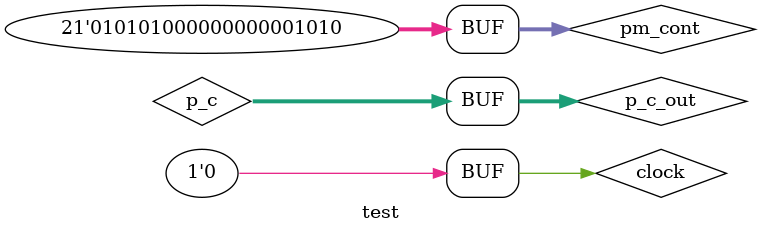
<source format=v>
`timescale 1ns / 1ps


module test;

	// Inputs
	reg clock;
	reg [20:0] pm_cont;
	reg [3:0] p_c;

	// Outputs
	wire [7:0] dataout;
	wire [3:0] p_c_out ;

	// Bidirs
	// Instantiate the Unit Under Test (UUT)
	eucl uut (
		.clock(clock), 
		.pm_cont(pm_cont), 
		.dataout(dataout), 
		.p_c(p_c),.p_c_out(p_c_out)
	);
	initial begin
		// Initialize Inputs
		clock = 0;
		pm_cont=21'b010101000110000000010;
		p_c = 0;
		// Wait 100 ns for global reset to finish
		#100;
		clock=1;
		p_c = 0;
		pm_cont=21'b010101000110000000010;
		// Add stimulus here
		#100;
		clock=0;
		pm_cont=21'b010101000110000000010;
		p_c = p_c_out;
		#100;
		clock=1;
		p_c = p_c_out;
		pm_cont=21'b010101000110000001010;
		// Add stimulus here
		#100;
		clock=0;
		pm_cont=21'b010101000110000001010;
		p_c = p_c_out;
        #100;
		clock=1;
		p_c = p_c_out;
		pm_cont=21'b010101000110000001010;
		// Add stimulus here
		#100;
		clock=0;
        p_c = p_c_out;
		pm_cont=21'b010101000110000001010;
		#100;
		clock=1;
		p_c = p_c_out;
		pm_cont=21'b010101000110000000111;
		// Add stimulus here
		#100;
		clock=0;
		p_c = p_c_out;
		pm_cont=21'b010101000110000000111;
		// Add stimulus here
		#100;
		clock=1;
        p_c = p_c_out;
		pm_cont=21'b010101000110000000111; //1
		// Add stimulus here
		#100;
		clock=0;
		p_c = p_c_out;
		pm_cont=21'b010101000110000000111;  
		#100;
		clock=1;
		p_c = p_c_out;
		pm_cont=21'b010101000110000000111;  //2
		// Add stimulus here
		#100;
		clock=0;
		p_c = p_c_out;
		pm_cont=21'b010101000110000000111;
		#100;
		clock=1;
		p_c = p_c_out;
		pm_cont=21'b010101000110000000111;  //3
		// Add stimulus here
		#100;
		clock=0;
		p_c = p_c_out;
		pm_cont=21'b010101000110000000111;		
		#100;
		clock=1;
		p_c = p_c_out;
		pm_cont=21'b010101000110000000111;  //4
		// Add stimulus here
		#100;
		clock=0;
		p_c = p_c_out;
		pm_cont=21'b010101000110000000111;		
		#100;
		clock=1;
		p_c = p_c_out;
		pm_cont=21'b010101000110000000111;  //5
		// Add stimulus here
		#100;
		clock=0;
		p_c = p_c_out;
		pm_cont=21'b010101000110000000111;	
		#100;
		clock=1;
		p_c = p_c_out;
		pm_cont=21'b010101000110000001010;  //6
		// Add stimulus here
		#100;
		clock=0;
        p_c = p_c_out;
		pm_cont=21'b010101000110000001010;		
		#100;
		clock=1;
		p_c = p_c_out;
		pm_cont=21'b010101000110000001010;  
		// Add stimulus here
		#100;
		clock=0;
		p_c = p_c_out;
		pm_cont=21'b010101000110000001010;		
		#100;
		clock=1;
		p_c = p_c_out;
		pm_cont=21'b010101000100000000010; 
		// Add stimulus here
		#100;
		clock=0;
		p_c = p_c_out;
		pm_cont=21'b010101000100000000010;
		#100;
		clock=1;
		p_c = p_c_out;
		pm_cont=21'b010101000100000000010;
		// Add stimulus here
		#100;
		clock=0;
		pm_cont=21'b010101000100000000010;
		p_c = p_c_out;
		#100;
		clock=1;
		p_c = p_c_out;
		pm_cont=21'b010101000100110110011;
		// Add stimulus here
		#100;
		clock=0;
		pm_cont=21'b010101000100110110011;
		p_c = p_c_out;
		#100;
		clock=1;
		p_c = p_c_out;
		pm_cont=21'b010101000100110110011; //1
		// Add stimulus here
		#100;
		clock=0;
		pm_cont=21'b010101000100110110011;
		p_c = p_c_out;
		#100;
		clock=1;
    	p_c = p_c_out;
		pm_cont=21'b010101000100110110011;  //2
		// Add stimulus here
		#100;
		clock=0;
		pm_cont=21'b010101000100110110011;
		p_c = p_c_out;
		#100;
		clock=1;
		p_c = p_c_out;
		pm_cont=21'b010101000100110110011;  //3
		// Add stimulus here
		#100;
		clock=0;
		pm_cont=21'b010101000100110110011; 
	    p_c = p_c_out;
		#100;
		clock=1;
		p_c = p_c_out;
		pm_cont=21'b010101000100110110011;  //4
		// Add stimulus here
		#100;
		clock=0;
		pm_cont=21'b010101000100110110011;  
		p_c = p_c_out;
		#100;
		clock=1;
		p_c = p_c_out;
		pm_cont=21'b010101000100110110011;  //5
		// Add stimulus here
		#100;
		clock=0;
		pm_cont=21'b010101000100110110011;  
		p_c = p_c_out;
		#100;
		clock=1;
		p_c = p_c_out;
		pm_cont=21'b010101000100110110011;  //6
		// Add stimulus here
		#100;
		clock=0;
		pm_cont=21'b010101000100110110011;  
		p_c = p_c_out;
		#100;
		clock=1;
		p_c = p_c_out;
		pm_cont=21'b010101000100110110011;  //7
		// Add stimulus here
		#100;
		clock=0;
		pm_cont=21'b010101000100110110011;  
		p_c = p_c_out;
		#100;
		clock=1;
		p_c = p_c_out;
		pm_cont=21'b010101000000000001010;
		// Add stimulus here
		#100;
		clock=0;
		p_c = p_c_out;
		pm_cont=21'b010101000000000001010;
		#100;
		clock=1;
		p_c = p_c_out;
		pm_cont=21'b010101000000000001010;
		// Add stimulus here
		#100;
		clock=0;
		p_c = p_c_out;
		pm_cont=21'b010101000000000001010;
		
		
				
	

	end
      
initial
 begin
    $dumpfile("test2.vcd");
    $dumpvars(0,test);
 end
endmodule


</source>
